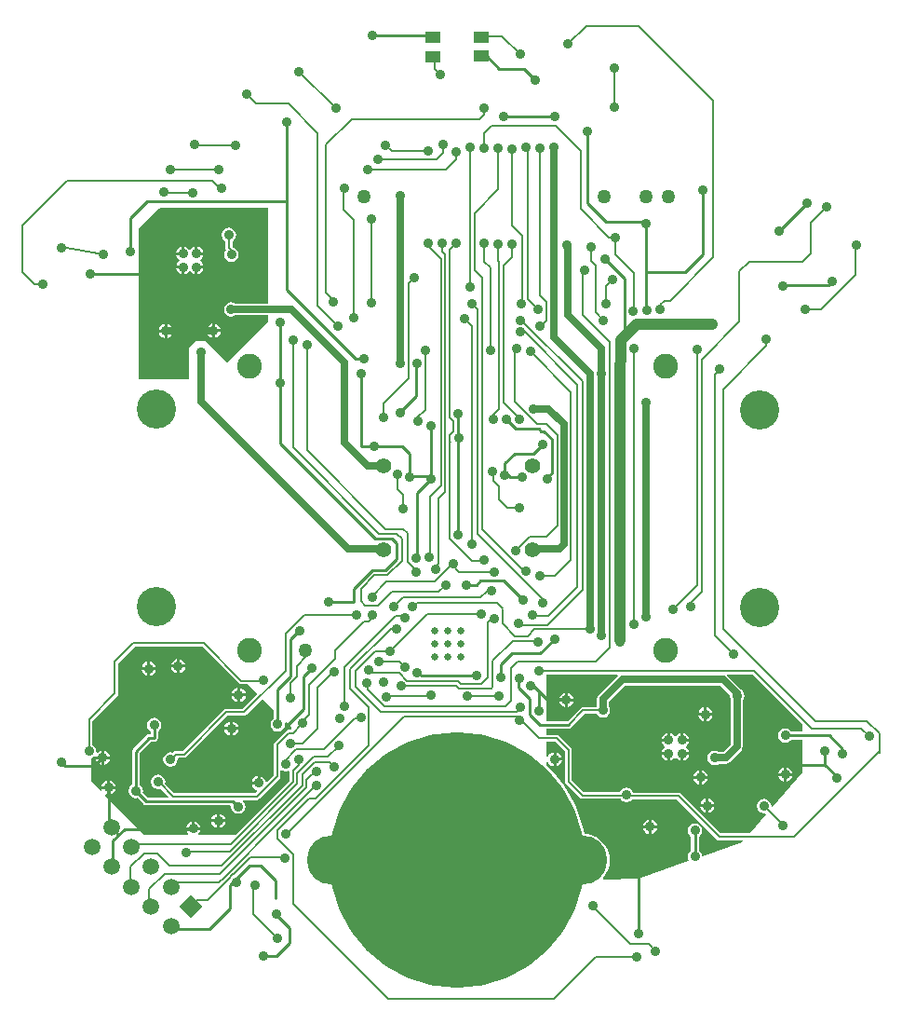
<source format=gbl>
%FSTAX23Y23*%
%MOIN*%
%SFA1B1*%

%IPPOS*%
%AMD45*
4,1,4,0.000000,-0.041700,0.041700,0.000000,0.000000,0.041700,-0.041700,0.000000,0.000000,-0.041700,0.0*
%
%ADD10C,0.008000*%
%ADD11C,0.010000*%
%ADD42C,0.025000*%
%ADD43C,0.040000*%
%ADD44C,0.059100*%
G04~CAMADD=45~10~0.0~590.4~0.0~0.0~0.0~0.0~0~0.0~0.0~0.0~0.0~0~0.0~0.0~0.0~0.0~0~0.0~0.0~0.0~225.0~590.4~0.0*
%ADD45D45*%
%ADD46C,0.050000*%
%ADD47C,0.055100*%
%ADD48C,0.035000*%
%ADD49C,0.040000*%
%ADD50C,0.175000*%
%ADD51C,0.915000*%
%ADD52C,0.026000*%
%ADD53C,0.089000*%
%ADD54C,0.140000*%
%ADD55R,0.052000X0.044000*%
%LNronemotorboard-v9-1*%
%LPD*%
G36*
X03321Y0473D02*
X03204D01*
X03199Y04734*
X0319Y04736*
X0318Y04734*
X03171Y04728*
X03166Y0472*
X03164Y0471*
X03166Y047*
X03171Y04691*
X0318Y04686*
X0319Y04684*
X03199Y04686*
X03204Y04689*
X03321*
Y04665*
X03176Y0452*
X03101Y04594*
X03097Y04596*
X03093Y04597*
X03068*
X03064Y04596*
X0306Y04594*
X03042Y04576*
X0304Y04572*
X03039Y04568*
Y04462*
X02859*
Y05*
X02933Y05072*
X02934Y05073*
X03321*
Y0473*
G37*
G36*
X04575Y03401D02*
X04575Y034D01*
X04506Y0333*
X04501Y03324*
X045Y03316*
Y0329*
X04498Y03288*
X0445*
X04445Y03287*
X04441Y03284*
X04394Y03237*
X0432*
Y03404*
X0457*
X04575Y03401*
G37*
G36*
X05234Y03228D02*
Y03199D01*
X05195*
X05192Y03204*
X05183Y0321*
X05174Y03212*
X05164Y0321*
X05155Y03204*
X0515Y03196*
X05148Y03186*
X0515Y03176*
X05155Y03167*
X05164Y03162*
X05174Y0316*
X05183Y03162*
X05192Y03167*
X05195Y03172*
X05234*
Y03055*
X05129Y02932*
X05129Y02932*
X05124Y02933*
X05123Y02943*
X05117Y02951*
X05109Y02957*
X05099Y02959*
X05089Y02957*
X0508Y02951*
X05075Y02943*
X05073Y02933*
X05075Y02923*
X0508Y02914*
X05089Y02909*
X05099Y02907*
X05103Y02907*
X05105Y02903*
X05048Y02836*
X04943*
X04801Y02977*
X04797Y0298*
X04793Y02981*
X0463*
X0463Y02982*
X04624Y02991*
X04616Y02997*
X04606Y02999*
X04596Y02997*
X04587Y02991*
X04582Y02984*
X04453*
X0441Y03027*
Y03135*
X04409Y03139*
X04408Y03141*
X04406Y03143*
X04365Y03184*
X04361Y03187*
X04357Y03188*
X0432*
Y0321*
X04398*
X04403Y03211*
X04407Y03214*
X0441Y03218*
X04455Y03263*
X04498*
X04502Y03257*
X04511Y03252*
X04521Y0325*
X04531Y03252*
X04539Y03257*
X04545Y03266*
X04547Y03276*
X04545Y03285*
X04541Y0329*
Y03307*
X04599Y03365*
X04942*
X04977Y03329*
X04977Y03328*
X04979Y03318*
X0498Y03317*
Y03154*
X04952Y03126*
X04935*
X04931Y0313*
X04921Y03132*
X04911Y0313*
X04902Y03124*
X04897Y03116*
X04895Y03106*
X04897Y03096*
X04902Y03087*
X04911Y03082*
X04921Y0308*
X04931Y03082*
X04935Y03085*
X04961*
X04969Y03086*
X04975Y03091*
X05015Y03131*
X05018Y03135*
X0502Y03138*
X05021Y03146*
Y0331*
X05027Y03318*
X05029Y03328*
X05027Y03338*
X05021Y03346*
X05015Y03351*
X04965Y034*
X04967Y03404*
X05057*
X05234Y03228*
G37*
G36*
X03218Y03373D02*
X03222Y0337D01*
X03227Y03369*
X0325*
X03282Y03338*
Y03333*
X0323Y03282*
X03173*
X03168Y03281*
X03166Y0328*
X03164Y03278*
X03016Y0313*
X02991*
X02986Y03129*
X02985Y03128*
X02982Y03127*
X0298Y03124*
X02973Y03126*
X02963Y03124*
X02954Y03118*
X02949Y0311*
X02947Y031*
X02949Y0309*
X02954Y03081*
X02963Y03076*
X02973Y03074*
X02982Y03076*
X02991Y03081*
X02997Y0309*
X02999Y031*
X02998Y03102*
X03001Y03106*
X03021*
X03026Y03107*
X0303Y03109*
X03178Y03257*
X03236*
X0324Y03258*
X03244Y03261*
X03302Y03318*
X03343Y03277*
Y03247*
X03338Y03244*
X03333Y03235*
X03331Y03226*
X03333Y03216*
X03338Y03207*
X03347Y03202*
X03357Y032*
X03367Y03202*
X03375Y03207*
X03381Y03216*
X03383Y03226*
X03381Y03232*
X03386Y03234*
X03405Y03216*
Y03207*
X03397*
X03392Y03206*
X03388Y03203*
X03363Y03178*
X03362Y03177*
X03346Y03161*
X03343Y03157*
X03342Y03153*
Y03045*
X03318Y03021*
X03313Y03022*
X03313Y03025*
X03307Y03034*
X03298Y0304*
X03294Y03041*
Y03016*
X03289*
Y03011*
X03264*
X03265Y03006*
X0327Y02997*
X03279Y02992*
X03282Y02991*
X03283Y02986*
X03277Y0298*
X02987*
X02953Y03013*
X02955Y0302*
X02953Y03029*
X02947Y03038*
X02939Y03044*
X02929Y03046*
X02919Y03044*
X0291Y03038*
X02905Y03029*
X02903Y0302*
X02905Y0301*
X0291Y03001*
X02919Y02996*
X02929Y02994*
X02937Y02995*
X02964Y02967*
X02962Y02963*
X02891*
X02872Y02981*
X02874Y02988*
X02872Y02998*
X02866Y03006*
X02861Y03009*
Y03122*
X02902Y03163*
X02915*
X0292Y03164*
X02924Y03167*
X02927Y03171*
X02928Y03177*
Y03201*
X02932Y03204*
X02938Y03213*
X0294Y03223*
X02938Y03232*
X02932Y03241*
X02923Y03247*
X02914Y03249*
X02904Y03247*
X02895Y03241*
X0289Y03232*
X02888Y03223*
X0289Y03213*
X02895Y03204*
X02901Y032*
Y0319*
X02897*
X02891Y03189*
X02887Y03186*
X02838Y03137*
X02835Y03133*
X02834Y03128*
Y03009*
X02829Y03006*
X02824Y02998*
X02822Y02988*
X02824Y02978*
X02829Y02969*
X02838Y02964*
X02848Y02962*
X02854Y02963*
X02876Y0294*
X0288Y02937*
X02886Y02936*
X03186*
X03189Y02932*
X03189Y02932*
X03191Y02922*
X03196Y02913*
X03205Y02908*
X03215Y02906*
X03225Y02908*
X03233Y02913*
X03239Y02922*
X03241Y02932*
X03239Y02942*
X03233Y0295*
X03232Y02951*
X03233Y02955*
X03282*
X03287Y02956*
X03291Y02959*
X03363Y03031*
X03366Y03035*
X03367Y0304*
Y03059*
X03371Y03062*
X03375Y0306*
X03385Y03058*
X03394Y0306*
X03399Y03053*
Y03025*
X03204Y0283*
X03074Y02829*
X03073Y02834*
X03073Y02834*
X03079Y02843*
X0308Y02848*
X0303*
X03031Y02843*
X03036Y02834*
X03037Y02834*
X03035Y02829*
X02877Y02829*
X02738Y02971*
X02741Y02976*
X02746Y02975*
Y02995*
X02726*
X02726Y0299*
X02722Y02988*
X02688Y03023*
X02688Y03104*
X0269Y03105*
X02699Y0311*
X02699Y03111*
X02704Y03109*
X02705Y03112*
X02725*
Y03132*
X0272Y03131*
X02711Y03125*
X02711Y03124*
X02706Y03126*
X02707Y03129*
X02705Y03139*
X02699Y03147*
X02693Y03151*
Y03238*
X02781Y03327*
X02784Y03331*
X02785Y03336*
Y03443*
X02845Y03503*
X03087*
X03218Y03373*
G37*
G36*
X04385Y03129D02*
Y03022D01*
X04386Y03017*
X04389Y03013*
X04439Y02963*
X04443Y0296*
X04448Y02959*
X04584*
X04587Y02954*
X04596Y02949*
X04606Y02947*
X04616Y02949*
X04624Y02954*
X04625Y02956*
X04787*
X04929Y02815*
X04933Y02812*
X04938Y02811*
X05021*
X05022Y02809*
X0502Y02805*
X0488Y02755*
X04876Y02757*
X04875Y02762*
X04869Y02771*
X04864Y02774*
Y02824*
X04869Y02827*
X04875Y02836*
X04877Y02846*
X04875Y02856*
X04869Y02864*
X0486Y0287*
X04851Y02872*
X04841Y0287*
X04832Y02864*
X04827Y02856*
X04825Y02846*
X04827Y02836*
X04832Y02827*
X04837Y02824*
Y02774*
X04832Y02771*
X04827Y02762*
X04825Y02753*
X04827Y02743*
X04828Y02741*
X04826Y02736*
X04648Y02673*
X04523Y02671*
X04521Y02676*
X04529Y02686*
X04538Y02703*
X04544Y02721*
X04546Y0274*
X04544Y02758*
X04538Y02776*
X04529Y02793*
X04517Y02807*
X04503Y02819*
X04486Y02828*
X04468Y02834*
X04455Y02835*
X0445Y0286*
X04437Y02899*
X04422Y02936*
X04403Y02973*
X04381Y03007*
X04356Y03039*
X04329Y03069*
X0432Y03078*
Y0309*
X04325Y03091*
Y03091*
X0433Y03082*
X04339Y03077*
X04344Y03076*
Y03101*
Y03126*
X04339Y03125*
X0433Y03119*
X04325Y0311*
X0432Y03111*
Y03163*
X04351*
X04385Y03129*
G37*
%LNronemotorboard-v9-2*%
%LPC*%
G36*
X0518Y03072D02*
Y03052D01*
X052*
X05199Y03057*
X05193Y03065*
X05184Y03071*
X0518Y03072*
G37*
G36*
X0517D02*
X05165Y03071D01*
X05156Y03065*
X05151Y03057*
X0515Y03052*
X0517*
Y03072*
G37*
G36*
X052Y03042D02*
X0518D01*
Y03022*
X05184Y03023*
X05193Y03028*
X05199Y03037*
X052Y03042*
G37*
G36*
X0517D02*
X0515D01*
X05151Y03037*
X05156Y03028*
X05165Y03023*
X0517Y03022*
Y03042*
G37*
G36*
X04876Y03061D02*
Y03041D01*
X04896*
X04895Y03045*
X04889Y03054*
X0488Y0306*
X04876Y03061*
G37*
G36*
X04866D02*
X04861Y0306D01*
X04852Y03054*
X04847Y03045*
X04846Y03041*
X04866*
Y03061*
G37*
G36*
X04374Y03096D02*
X04354D01*
Y03076*
X04359Y03077*
X04367Y03082*
X04373Y03091*
X04374Y03096*
G37*
G36*
X02735Y03132D02*
Y03112D01*
X02755*
X02754Y03117*
X02748Y03125*
X02739Y03131*
X02735Y03132*
G37*
G36*
X04354Y03126D02*
Y03106D01*
X04374*
X04373Y0311*
X04367Y03119*
X04359Y03125*
X04354Y03126*
G37*
G36*
X04809Y03194D02*
Y03174D01*
X04829*
X04828Y03179*
X04823Y03188*
X04814Y03193*
X04809Y03194*
G37*
G36*
X04752D02*
X04747Y03193D01*
X04739Y03188*
X04733Y03179*
X04732Y03174*
X04752*
Y03194*
G37*
G36*
X02755Y03102D02*
X02735D01*
Y03082*
X02739Y03083*
X02748Y03088*
X02754Y03097*
X02755Y03102*
G37*
G36*
X02725D02*
X02705D01*
X02706Y03097*
X02711Y03088*
X0272Y03083*
X02725Y03082*
Y03102*
G37*
G36*
X04829Y03117D02*
X04809D01*
Y03097*
X04814Y03098*
X04823Y03104*
X04828Y03112*
X04829Y03117*
G37*
G36*
X04752D02*
X04732D01*
X04733Y03112*
X04739Y03104*
X04747Y03098*
X04752Y03097*
Y03117*
G37*
G36*
X03284Y03041D02*
X03279Y0304D01*
X0327Y03034*
X03265Y03025*
X03264Y03021*
X03284*
Y03041*
G37*
G36*
X04685Y02884D02*
X0468Y02883D01*
X04671Y02877*
X04666Y02868*
X04665Y02864*
X04685*
Y02884*
G37*
G36*
X0306Y02878D02*
Y02858D01*
X0308*
X03079Y02863*
X03073Y02871*
X03064Y02877*
X0306Y02878*
G37*
G36*
X03139Y02906D02*
X03134Y02905D01*
X03125Y02899*
X0312Y0289*
X03119Y02886*
X03139*
Y02906*
G37*
G36*
X04695Y02884D02*
Y02864D01*
X04715*
X04714Y02868*
X04708Y02877*
X047Y02883*
X04695Y02884*
G37*
G36*
X0305Y02878D02*
X03045Y02877D01*
X03036Y02871*
X03031Y02863*
X0303Y02858*
X0305*
Y02878*
G37*
G36*
X04715Y02854D02*
X04695D01*
Y02834*
X047Y02835*
X04708Y0284*
X04714Y02849*
X04715Y02854*
G37*
G36*
X04685D02*
X04665D01*
X04666Y02849*
X04671Y0284*
X0468Y02835*
X04685Y02834*
Y02854*
G37*
G36*
X03169Y02876D02*
X03149D01*
Y02856*
X03153Y02857*
X03162Y02862*
X03168Y02871*
X03169Y02876*
G37*
G36*
X03139D02*
X03119D01*
X0312Y02871*
X03125Y02862*
X03134Y02857*
X03139Y02856*
Y02876*
G37*
G36*
X03149Y02906D02*
Y02886D01*
X03169*
X03168Y0289*
X03162Y02899*
X03153Y02905*
X03149Y02906*
G37*
G36*
X02756Y03025D02*
Y03005D01*
X02776*
X02775Y03009*
X02769Y03018*
X02761Y03024*
X02756Y03025*
G37*
G36*
X02746D02*
X02741Y03024D01*
X02732Y03018*
X02727Y03009*
X02726Y03005*
X02746*
Y03025*
G37*
G36*
X04896Y03031D02*
X04876D01*
Y03011*
X0488Y03012*
X04889Y03017*
X04895Y03026*
X04896Y03031*
G37*
G36*
X04866D02*
X04846D01*
X04847Y03026*
X04852Y03017*
X04861Y03012*
X04866Y03011*
Y03031*
G37*
G36*
X02776Y02995D02*
X02756D01*
Y02975*
X02761Y02976*
X02769Y02981*
X02775Y0299*
X02776Y02995*
G37*
G36*
X0492Y0293D02*
X049D01*
Y0291*
X04905Y02911*
X04913Y02916*
X04919Y02925*
X0492Y0293*
G37*
G36*
X0489D02*
X0487D01*
X04871Y02925*
X04876Y02916*
X04885Y02911*
X0489Y0291*
Y0293*
G37*
G36*
X049Y0296D02*
Y0294D01*
X0492*
X04919Y02945*
X04913Y02953*
X04905Y02959*
X049Y0296*
G37*
G36*
X0489D02*
X04885Y02959D01*
X04876Y02953*
X04871Y02945*
X0487Y0294*
X0489*
Y0296*
G37*
G36*
X04799Y03194D02*
X04794Y03193D01*
X04786Y03188*
X04783Y03183*
X04778*
X04775Y03188*
X04767Y03193*
X04762Y03194*
Y03169*
X04757*
Y03164*
X04732*
X04733Y03159*
X04739Y03151*
X04743Y03148*
Y03143*
X04739Y0314*
X04733Y03132*
X04732Y03127*
X04757*
Y03122*
X04762*
Y03097*
X04767Y03098*
X04775Y03104*
X04778Y03108*
X04783*
X04786Y03104*
X04794Y03098*
X04799Y03097*
Y03122*
X04804*
Y03127*
X04829*
X04828Y03132*
X04823Y0314*
X04818Y03143*
Y03148*
X04823Y03151*
X04828Y03159*
X04829Y03164*
X04804*
Y03169*
X04799*
Y03194*
G37*
G36*
X02981Y04628D02*
X02961D01*
Y04608*
X02966Y04609*
X02974Y04614*
X0298Y04623*
X02981Y04628*
G37*
G36*
X02951D02*
X02931D01*
X02932Y04623*
X02937Y04614*
X02946Y04609*
X02951Y04608*
Y04628*
G37*
G36*
X03152Y04629D02*
X03132D01*
Y04609*
X03137Y0461*
X03145Y04615*
X03151Y04624*
X03152Y04629*
G37*
G36*
X03122D02*
X03102D01*
X03103Y04624*
X03108Y04615*
X03117Y0461*
X03122Y04609*
Y04629*
G37*
G36*
X03005Y03459D02*
Y03439D01*
X03025*
X03024Y03443*
X03018Y03452*
X03009Y03458*
X03005Y03459*
G37*
G36*
X0289Y0345D02*
X02885Y03449D01*
X02876Y03443*
X02871Y03435*
X0287Y0343*
X0289*
Y0345*
G37*
G36*
X03025Y03429D02*
X03005D01*
Y03409*
X03009Y0341*
X03018Y03415*
X03024Y03424*
X03025Y03429*
G37*
G36*
X02995Y03459D02*
X0299Y03458D01*
X02981Y03452*
X02976Y03443*
X02975Y03439*
X02995*
Y03459*
G37*
G36*
X029Y0345D02*
Y0343D01*
X0292*
X02919Y03435*
X02913Y03443*
X02904Y03449*
X029Y0345*
G37*
G36*
X02951Y04658D02*
X02946Y04657D01*
X02937Y04651*
X02932Y04643*
X02931Y04638*
X02951*
Y04658*
G37*
G36*
X03013Y04934D02*
X03008Y04933D01*
X03Y04928*
X02994Y04919*
X02993Y04914*
X03013*
Y04934*
G37*
G36*
X03182Y05003D02*
X03172Y05001D01*
X03163Y04995*
X03158Y04986*
X03156Y04977*
X03158Y04967*
X03163Y04958*
X03169Y04954*
Y0493*
X0317Y04925*
X03172Y04923*
X03167Y04915*
X03165Y04906*
X03167Y04896*
X03172Y04887*
X03181Y04882*
X03191Y0488*
X032Y04882*
X03209Y04887*
X03215Y04896*
X03217Y04906*
X03215Y04915*
X03209Y04924*
X032Y0493*
X03198Y0493*
X03194Y04935*
Y04954*
X032Y04958*
X03206Y04967*
X03208Y04977*
X03206Y04986*
X032Y04995*
X03192Y05001*
X03182Y05003*
G37*
G36*
X0306Y04934D02*
X03055Y04933D01*
X03047Y04928*
X03044Y04923*
X03039*
X03036Y04928*
X03028Y04933*
X03023Y04934*
Y04909*
X03018*
Y04904*
X02993*
X02994Y04899*
X03Y04891*
X03004Y04888*
Y04883*
X03Y0488*
X02994Y04872*
X02993Y04867*
X03018*
Y04862*
X03023*
Y04837*
X03028Y04838*
X03036Y04844*
X03039Y04848*
X03044*
X03047Y04844*
X03055Y04838*
X0306Y04837*
Y04862*
X03065*
Y04867*
X0309*
X03089Y04872*
X03084Y0488*
X03079Y04883*
Y04888*
X03084Y04891*
X03089Y04899*
X0309Y04904*
X03065*
Y04909*
X0306*
Y04934*
G37*
G36*
X0307D02*
Y04914D01*
X0309*
X03089Y04919*
X03084Y04928*
X03075Y04933*
X0307Y04934*
G37*
G36*
X0309Y04857D02*
X0307D01*
Y04837*
X03075Y04838*
X03084Y04844*
X03089Y04852*
X0309Y04857*
G37*
G36*
X03122Y04659D02*
X03117Y04658D01*
X03108Y04652*
X03103Y04643*
X03102Y04639*
X03122*
Y04659*
G37*
G36*
X02961Y04658D02*
Y04638D01*
X02981*
X0298Y04643*
X02974Y04651*
X02966Y04657*
X02961Y04658*
G37*
G36*
X03013Y04857D02*
X02993D01*
X02994Y04852*
X03Y04844*
X03008Y04838*
X03013Y04837*
Y04857*
G37*
G36*
X03132Y04659D02*
Y04639D01*
X03152*
X03151Y04643*
X03145Y04652*
X03137Y04658*
X03132Y04659*
G37*
G36*
X04883Y03287D02*
X04878Y03286D01*
X04869Y0328*
X04864Y03272*
X04863Y03267*
X04883*
Y03287*
G37*
G36*
X04913Y03257D02*
X04893D01*
Y03237*
X04898Y03238*
X04906Y03243*
X04912Y03252*
X04913Y03257*
G37*
G36*
X04385Y03308D02*
X04365D01*
X04366Y03303*
X04371Y03294*
X0438Y03289*
X04385Y03288*
Y03308*
G37*
G36*
X04893Y03287D02*
Y03267D01*
X04913*
X04912Y03272*
X04906Y0328*
X04898Y03286*
X04893Y03287*
G37*
G36*
X04883Y03257D02*
X04863D01*
X04864Y03252*
X04869Y03243*
X04878Y03238*
X04883Y03237*
Y03257*
G37*
G36*
X03216Y03206D02*
X03196D01*
Y03186*
X032Y03187*
X03209Y03192*
X03215Y03201*
X03216Y03206*
G37*
G36*
X03186D02*
X03166D01*
X03167Y03201*
X03172Y03192*
X03181Y03187*
X03186Y03186*
Y03206*
G37*
G36*
X03196Y03236D02*
Y03216D01*
X03216*
X03215Y0322*
X03209Y03229*
X032Y03235*
X03196Y03236*
G37*
G36*
X03186D02*
X03181Y03235D01*
X03172Y03229*
X03167Y0322*
X03166Y03216*
X03186*
Y03236*
G37*
G36*
X04415Y03308D02*
X04395D01*
Y03288*
X044Y03289*
X04408Y03294*
X04414Y03303*
X04415Y03308*
G37*
G36*
X0289Y0342D02*
X0287D01*
X02871Y03415*
X02876Y03406*
X02885Y03401*
X0289Y034*
Y0342*
G37*
G36*
X03222Y03356D02*
Y03336D01*
X03242*
X03241Y03341*
X03235Y03349*
X03226Y03355*
X03222Y03356*
G37*
G36*
X02995Y03429D02*
X02975D01*
X02976Y03424*
X02981Y03415*
X0299Y0341*
X02995Y03409*
Y03429*
G37*
G36*
X0292Y0342D02*
X029D01*
Y034*
X02904Y03401*
X02913Y03406*
X02919Y03415*
X0292Y0342*
G37*
G36*
X03212Y03356D02*
X03207Y03355D01*
X03198Y03349*
X03193Y03341*
X03192Y03336*
X03212*
Y03356*
G37*
G36*
X03242Y03326D02*
X03222D01*
Y03306*
X03226Y03307*
X03235Y03312*
X03241Y03321*
X03242Y03326*
G37*
G36*
X03212D02*
X03192D01*
X03193Y03321*
X03198Y03312*
X03207Y03307*
X03212Y03306*
Y03326*
G37*
G36*
X04395Y03338D02*
Y03318D01*
X04415*
X04414Y03322*
X04408Y03331*
X044Y03337*
X04395Y03338*
G37*
G36*
X04385D02*
X0438Y03337D01*
X04371Y03331*
X04366Y03322*
X04365Y03318*
X04385*
Y03338*
G37*
%LNronemotorboard-v9-3*%
%LPD*%
G54D10*
X04262Y0456D02*
X04407Y04415D01*
X0435Y03758D02*
X04407Y03815D01*
Y04415*
X04319Y043D02*
X04358Y04262D01*
Y03938D02*
Y04262D01*
X04318Y03898D02*
X04358Y03938D01*
X04546Y03501D02*
Y04593D01*
X04276Y03566D02*
X04471D01*
X04497Y03452D02*
X04546Y03501D01*
X03484Y0311D02*
X03537D01*
X03449Y03074D02*
X03484Y0311D01*
X03449Y03074D02*
Y03074D01*
X03384Y03098D02*
X03415Y03129D01*
X03384Y03085D02*
Y03098D01*
X03411Y03195D02*
X0344Y03224D01*
X03397Y03195D02*
X03411D01*
X03371Y03169D02*
X03397Y03195D01*
X03371Y03169D02*
X03371D01*
X03355Y03153D02*
X03371Y03169D01*
X03355Y0304D02*
Y03153D01*
X03488Y03003D02*
X03498D01*
X03339Y02854D02*
X03488Y03003D01*
X03468Y0296D02*
X03491D01*
X03421Y02913D02*
X03468Y0296D01*
X03421Y02913D02*
X03421D01*
X03355Y02847D02*
X03421Y02913D01*
X03339Y02853D02*
Y02854D01*
X03355Y02845D02*
Y02847D01*
X03354Y02844D02*
X03355Y02845D01*
X03354Y02818D02*
Y02844D01*
X03068Y02597D02*
X03105D01*
X0318Y02671*
X03191Y02705D02*
X03339Y02853D01*
X03191Y02705D02*
X03191D01*
X03164Y02678D02*
X03191Y02705D01*
X03164Y02678D02*
Y02678D01*
X03147Y02661D02*
X03164Y02678D01*
X03198Y02689D02*
X03258Y0275D01*
X03197Y02689D02*
X03198D01*
X0318Y02672D02*
X03197Y02689D01*
X0318Y02671D02*
Y02672D01*
X03258Y0275D02*
X03389D01*
X02998Y02661D02*
X03147D01*
X03683Y03152D02*
Y03287D01*
X03491Y0296D02*
X03683Y03152D01*
X0381Y03254D02*
X04214D01*
X03399Y02843D02*
X0381Y03254D01*
X03392Y02843D02*
X03399D01*
X03423Y03138D02*
X03521D01*
X03413Y03127D02*
X03423Y03138D01*
X03521D02*
X03631Y03248D01*
X03444Y03157D02*
X03499Y03212D01*
X03405Y03157D02*
X03444D01*
X03427Y03052D02*
X03449Y03074D01*
X03427Y03013D02*
Y03052D01*
X03427Y03093D02*
X03433Y03087D01*
Y03081D02*
Y03087D01*
X03411Y03059D02*
X03433Y03081D01*
X03282Y02968D02*
X03355Y0304D01*
X0344Y03224D02*
X03447D01*
X04214Y03254D02*
X04292Y03176D01*
X0327Y02547D02*
X03356Y02461D01*
X03631Y03248D02*
X0365D01*
X03499Y03356D02*
X03557Y03414D01*
X03499Y03212D02*
Y03356D01*
X03557Y03414D02*
X03558Y03413D01*
X03678Y0335D02*
Y0337D01*
Y0335D02*
X03738Y0329D01*
X03403Y03374D02*
X03425Y03396D01*
X03403Y03318D02*
Y03374D01*
X03447Y03224D02*
X03453Y0323D01*
X0345Y03239D02*
X0347Y03259D01*
X03425Y03396D02*
Y03434D01*
X0346Y03469*
X03384Y03418D02*
Y03549D01*
X03236Y0327D02*
X03384Y03418D01*
Y03549D02*
X03451Y03617D01*
X03902Y0404D02*
X03941Y04079D01*
X03902Y03825D02*
Y0404D01*
X03919Y03787D02*
X03933Y03801D01*
Y04034D02*
X03957Y04058D01*
X03933Y03801D02*
Y04034D01*
X03807Y03924D02*
X03822Y0391D01*
Y03807D02*
Y0391D01*
Y03807D02*
X03855Y03774D01*
X03783Y03908D02*
X03803Y03889D01*
Y03812D02*
Y03889D01*
X0375Y03759D02*
X03803Y03812D01*
X03848Y03767D02*
X03855Y03774D01*
X03919Y03736D02*
X03979Y03796D01*
X03747Y03736D02*
X03919D01*
X03654Y03666D02*
Y0371D01*
Y03666D02*
X03669Y03651D01*
X03654Y0371D02*
X03703Y03759D01*
X03681Y03593D02*
X03699Y03611D01*
X03665Y03593D02*
X03681D01*
X03563Y03491D02*
X03665Y03593D01*
X03563Y03468D02*
Y03491D01*
X03762Y03568D02*
X03786D01*
X03617Y03423D02*
X03762Y03568D01*
X03718Y03908D02*
X03783D01*
X03743Y03924D02*
X03807D01*
X03703Y03759D02*
X0375D01*
X03461Y04207D02*
X03743Y03924D01*
X03411Y04216D02*
X03718Y03908D01*
X03792Y0341D02*
X0382Y03382D01*
X03675Y0341D02*
X03792D01*
X0382Y03382D02*
X04001D01*
X03563Y03461D02*
Y03467D01*
X0347Y03368D02*
X03563Y03461D01*
X0347Y03259D02*
Y03368D01*
X03758Y03327D02*
X03903D01*
X03227Y03382D02*
X03306D01*
X03173Y0327D02*
X03236D01*
X04614Y02969D02*
X04793D01*
X04938Y02824*
X05206*
X05511Y03129*
Y03124D02*
Y03129D01*
X04952Y03567D02*
X05281Y03238D01*
X04952Y03567D02*
Y04424D01*
X05511Y03129D02*
Y03194D01*
X05467Y03238D02*
X05511Y03194D01*
X05281Y03238D02*
X05467D01*
X04952Y04424D02*
X05107Y04579D01*
Y04605*
X02829Y02645D02*
Y02716D01*
X0348Y03047D02*
X03491D01*
X0346Y03027D02*
X0348Y03047D01*
X0346Y03D02*
Y03027D01*
X03413Y02583D02*
Y02759D01*
X03354Y02818D02*
X03413Y02759D01*
Y02583D02*
X03751Y02245D01*
X0315Y02691D02*
X0346Y03D01*
X03156Y0272D02*
X03444Y03007D01*
X03185Y02771D02*
X03427Y03013D01*
X03037Y02771D02*
X03185D01*
X03189Y02798D02*
X03411Y0302D01*
X0285Y02798D02*
X03189D01*
X03779Y03614D02*
X03817D01*
X03597Y0329D02*
Y03431D01*
Y03286D02*
Y0329D01*
X0327Y02547D02*
Y02645D01*
X04244Y05288D02*
X04253Y05279D01*
X04043Y03876D02*
X04052Y03885D01*
X03451Y03617D02*
X03638D01*
X03444Y03007D02*
Y03046D01*
X03465Y03067*
X03411Y0302D02*
Y03059D01*
X04211Y0327D02*
X0423Y03289D01*
X03758Y03487D02*
X03766D01*
X03706D02*
X03758D01*
X03761Y03489D02*
X03893Y03621D01*
X04085*
X04141Y03661D02*
X04162Y0364D01*
X03855Y03661D02*
X04141D01*
X03845Y03651D02*
X03855Y03661D01*
X04295Y03758D02*
X0435D01*
X04205Y0438D02*
Y04559D01*
Y0438D02*
X04285Y043D01*
X04428Y03716D02*
Y04442D01*
X04241Y04629D02*
X04428Y04442D01*
X04494Y047D02*
Y04868D01*
Y047D02*
X04523Y04671D01*
X04479Y04883D02*
X04494Y04868D01*
X04479Y04883D02*
Y04935D01*
X04326Y03614D02*
X04428Y03716D01*
X0445Y04689D02*
Y04839D01*
Y04689D02*
X04546Y04593D01*
X04295Y0476D02*
X04319Y04736D01*
Y04669D02*
Y04736D01*
X04298Y04648D02*
X04319Y04669D01*
X04295Y0476D02*
Y05288D01*
X03781Y04114D02*
X03787Y04108D01*
Y04067D02*
Y04108D01*
Y04067D02*
X03806Y04048D01*
Y04004D02*
Y04048D01*
X04126Y03453D02*
X04198Y03525D01*
X04126Y03359D02*
Y03453D01*
X04121Y03354D02*
X04126Y03359D01*
X0411Y03395D02*
Y03591D01*
X04085Y0337D02*
X0411Y03395D01*
X04012Y0337D02*
X04085D01*
X04192Y03427D02*
X04217Y03452D01*
X04192Y03311D02*
Y03427D01*
X04171Y0329D02*
X04192Y03311D01*
X05063Y03417D02*
X0527Y0321D01*
X04295Y03417D02*
X05063D01*
X04291Y03413D02*
X04295Y03417D01*
X04217Y03452D02*
X04497D01*
X0411Y03591D02*
X04129Y0361D01*
X04471Y03566D02*
X04472Y03565D01*
X04252Y03542D02*
X04276Y03566D01*
X04322Y03582D02*
X04448Y03708D01*
X04228Y03582D02*
X04322D01*
X0422Y03574D02*
X04228Y03582D01*
X04104Y03702D02*
X04122D01*
X03461Y04207D02*
Y04584D01*
X03617Y03354D02*
X03683Y03287D01*
X03793Y03451D02*
X03816Y03428D01*
X0371Y03451D02*
X03793D01*
X04001Y03382D02*
X04012Y0337D01*
X04633Y04718D02*
Y0484D01*
X04567Y04906D02*
X04633Y0484D01*
X04567Y04906D02*
Y04967D01*
X04253Y04748D02*
X04289Y04712D01*
Y04712D02*
Y04712D01*
X04253Y04748D02*
Y05279D01*
X04195Y05012D02*
X04232Y04975D01*
Y04734D02*
Y04975D01*
X04071Y03906D02*
X04301Y03676D01*
X04051Y04731D02*
X04071Y04711D01*
Y03906D02*
Y04711D01*
X04088Y03924D02*
Y04823D01*
X04061Y0485D02*
X04088Y04823D01*
X04229Y04731D02*
X04232Y04734D01*
X04195Y05012D02*
Y05285D01*
X04061Y0485D02*
Y05055D01*
X04145Y05139*
Y05286*
X04095Y05288D02*
Y0534D01*
X04121Y05366*
X04352*
X04441Y05277*
Y05069D02*
Y05277D01*
Y05069D02*
X04543Y04967D01*
X04567*
X04195Y04896D02*
Y04945D01*
X04145Y04885D02*
Y04945D01*
X04118Y04573D02*
X04129Y04562D01*
X04095Y04882D02*
Y04946D01*
Y04882D02*
X04118Y04859D01*
X03021Y03118D02*
X03173Y0327D01*
X02991Y03118D02*
X03021D01*
X02973Y031D02*
X02991Y03118D01*
X0501Y04666D02*
Y04846D01*
X04875Y04531D02*
X0501Y04666D01*
X02829Y02716D02*
X02878Y02765D01*
X02924*
X02969Y0272*
X03156*
X02951Y02691D02*
X0315D01*
X02897Y02637D02*
X02951Y02691D01*
X02897Y02607D02*
Y02637D01*
Y02607D02*
Y02608D01*
X03047Y02576D02*
X03068Y02597D01*
X03039Y02567D02*
X03074D01*
X04916Y04896D02*
Y05457D01*
X04761Y04741D02*
X04916Y04896D01*
X04742Y04741D02*
X04761D01*
X04149Y04031D02*
Y04077D01*
X04129Y04098D02*
X04149Y04077D01*
X04129Y04098D02*
Y04128D01*
X03389Y0275D02*
X0339Y02749D01*
X03537Y0311D02*
X03575Y03148D01*
Y03149*
X03654Y03249D02*
Y0325D01*
X04118Y04573D02*
Y04859D01*
X03182Y0493D02*
X03192Y0492D01*
X03182Y0493D02*
Y04977D01*
X03184Y04975*
Y04913D02*
X03191Y04906D01*
X0339Y02749D02*
X03397D01*
X0353Y04771D02*
X03566Y04735D01*
X04684Y02439D02*
X0471Y02413D01*
X0462Y02439D02*
X04684D01*
X04485Y02574D02*
X0462Y02439D01*
X03122Y05171D02*
X0315Y05143D01*
X02603Y05171D02*
X03122D01*
X03394Y05446D02*
X03499Y05341D01*
X03278Y05446D02*
X03394D01*
X03245Y05479D02*
X03278Y05446D01*
X03751Y02245D02*
X04346D01*
X03489Y03092D02*
X03541D01*
X03465Y03068D02*
X03489Y03092D01*
X03034Y02774D02*
X03037Y02771D01*
X02969Y02632D02*
X02998Y02661D01*
X03541Y03092D02*
X03558Y03075D01*
X0353Y05299D02*
X03623Y05392D01*
X0353Y04771D02*
Y05299D01*
X03628Y04682D02*
Y05031D01*
X03593Y05066D02*
X03628Y05031D01*
X03593Y05066D02*
Y0514D01*
X04632Y03582D02*
Y0457D01*
X02954Y05127D02*
X03053D01*
X05447Y0321D02*
X05474Y03183D01*
X0527Y0321D02*
X05447D01*
X04398Y03224D02*
X0445Y03276D01*
X04521*
X04045Y04793D02*
Y05278D01*
X03061Y05297D02*
X03204D01*
X03205Y05298*
X03692Y04733D02*
Y05031D01*
X03678Y05211D02*
X03959D01*
X03715Y05246D02*
X03925D01*
X03741Y05298D02*
X03743D01*
X03765Y05276*
X03895*
X04149Y04031D02*
X0418Y04001D01*
X04223*
X03959Y05211D02*
X03995Y05247D01*
Y05273*
X03925Y05246D02*
X0395Y05271D01*
Y05299*
X03893Y05274D02*
X03895Y05276D01*
X04095Y05407D02*
Y0543D01*
X0408Y05392D02*
X04095Y05407D01*
X04494Y02393D02*
X04643D01*
X04346Y02245D02*
X04494Y02393D01*
X0258Y04934D02*
X02583Y04934D01*
X02731Y04906*
X02579Y04935D02*
X0258Y04934D01*
X02579Y04935D02*
X0258D01*
X03623Y05392D02*
X0408D01*
X04563Y05447D02*
Y05573D01*
X03432Y05561D02*
X03564Y05429D01*
X03919Y0557D02*
X0394Y05549D01*
X03919Y0557D02*
Y05608D01*
X0416Y05688D02*
X04225Y05623D01*
X04081Y05688D02*
X0416D01*
X02982Y05211D02*
X03145D01*
X02443Y04844D02*
Y05011D01*
Y04844D02*
X02485Y04802D01*
X02515*
X02443Y05011D02*
X02603Y05171D01*
X04648Y05725D02*
X04916Y05457D01*
X04461Y05725D02*
X04648D01*
X04395Y05659D02*
X04461Y05725D01*
X05265Y0502D02*
X05323Y05078D01*
X05301Y04709D02*
X05426Y04833D01*
X05245Y04709D02*
X05301D01*
X05426Y04833D02*
Y04942D01*
X05427Y04943*
X04129Y04318D02*
Y04319D01*
X04121Y04327D02*
X04129Y04319D01*
X04221Y04318D02*
Y04321D01*
X04228Y04328*
X04226Y04629D02*
X04241D01*
X04484Y02574D02*
X04485D01*
X03945Y04918D02*
Y04948D01*
X03499Y04724D02*
Y05341D01*
X04398Y03022D02*
Y03135D01*
Y03022D02*
X04448Y02972D01*
X04596*
X02681Y03244D02*
X02773Y03336D01*
Y03449*
X0284Y03516*
X02681Y03129D02*
Y03244D01*
X0284Y03516D02*
X03093D01*
X03227Y03382*
X02826Y02774D02*
X0285Y02798D01*
X05099Y02933D02*
X05166Y02866D01*
Y02864D02*
Y02866D01*
X02931Y03019D02*
X02982Y02968D01*
X03282*
X05265Y04909D02*
Y0502D01*
X05236Y0488D02*
X05265Y04909D01*
X0501Y04846D02*
X05044Y0488D01*
X05236*
X04875Y03744D02*
Y04531D01*
X04859Y03751D02*
Y04566D01*
Y04568*
X04922Y03544D02*
X0499Y03476D01*
X04922Y04476D02*
X04949Y04503D01*
X04922Y03544D02*
Y04476D01*
X03499Y04724D02*
X03572Y04651D01*
X04727Y04726D02*
X04742Y04741D01*
X03794Y03364D02*
X03996D01*
X04005Y03354*
X04121*
X03736Y04375D02*
X03824Y04463D01*
Y04803*
X03846Y04825*
X03957Y04058D02*
Y04906D01*
X03945Y04918D02*
X03957Y04906D01*
X03941Y04079D02*
Y04892D01*
X03895Y04938D02*
X03941Y04892D01*
X03857Y04306D02*
Y04323D01*
X03884Y0435*
Y04556*
X03889Y04561*
X04024Y04677D02*
Y04678D01*
Y04677D02*
X04052Y04649D01*
Y03885D02*
Y04649D01*
X03736Y04322D02*
Y04324D01*
Y04375*
X03764Y03699D02*
X03931D01*
X03995Y04946D02*
Y04948D01*
X03973Y04236D02*
Y04261D01*
X03986Y04273*
Y04311*
X03973Y04323D02*
X03986Y04311D01*
X03973Y04323D02*
Y04924D01*
X03995Y04946*
X0426Y03898D02*
X04318D01*
X0421Y03848D02*
X0426Y03898D01*
X04007Y03771D02*
X04133D01*
X03973Y04236D02*
X03974Y04236D01*
X03973Y03891D02*
Y04236D01*
X03411Y04216D02*
Y046D01*
X04121Y04327D02*
X04148Y04354D01*
Y04882*
X04145Y04885D02*
X04148Y04882D01*
X04166Y04867D02*
X04195Y04896D01*
X04166Y04378D02*
Y04867D01*
Y04378D02*
X04216Y04328D01*
X0423*
X04229Y04672D02*
X04448Y04453D01*
X0346Y03469D02*
Y03486D01*
X04773Y03637D02*
X04859Y03723D01*
Y03751*
X04836Y03647D02*
Y03661D01*
X04875Y037*
Y03743*
X04448Y03708D02*
Y04453D01*
X04531Y04793D02*
X04555Y04817D01*
X04531Y04731D02*
Y04793D01*
X02897Y02565D02*
Y02607D01*
X03491Y03047D02*
Y03056D01*
X04301Y03655D02*
Y03676D01*
X03637Y0336D02*
X03727Y0327D01*
X03738Y0329D02*
X04171D01*
X03727Y0327D02*
X04074D01*
X04075D02*
X04211D01*
X0405Y03326D02*
X04157D01*
X04198Y03525D02*
X04276D01*
X04266Y03614D02*
X04326D01*
X0421Y03585D02*
X0422Y03574D01*
X04207Y03542D02*
X04252D01*
X03692Y03681D02*
X03747Y03736D01*
X03669Y03651D02*
X03716D01*
X04088Y03924D02*
X04241Y03771D01*
X03716Y03651D02*
X03764Y03699D01*
X03778Y03642D02*
Y03653D01*
X04162Y03587D02*
X04207Y03542D01*
X04162Y03587D02*
Y03638D01*
X03981Y03797D02*
X04007Y03771D01*
X03931Y03699D02*
X03954Y03722D01*
X03973Y03891D02*
X04053Y03811D01*
X04106*
X03778Y03653D02*
X03806Y03681D01*
X04083*
X04104Y03702*
X04285Y043D02*
X04319D01*
X04357Y03176D02*
X04398Y03135D01*
X04292Y03176D02*
X04357D01*
X03637Y0336D02*
Y03418D01*
X03706Y03487*
X03617Y03354D02*
Y03423D01*
X03597Y03431D02*
X03779Y03614D01*
G54D11*
X04228Y04111D02*
X04232Y04115D01*
X04172Y04127D02*
X04188Y04111D01*
X0417Y04119D02*
Y04159D01*
X04205Y04194*
X04271*
X04305Y04228*
X0431Y04275D02*
X0434Y04246D01*
Y04126D02*
Y04246D01*
X04322Y04108D02*
X0434Y04126D01*
X04292Y04283D02*
X04299Y04275D01*
X0431*
X03184Y02649D02*
X03254Y02719D01*
X03357Y03226D02*
Y03352D01*
X03402Y03397*
Y03529*
X03433Y0356*
X03764Y03891D02*
X03782Y03874D01*
Y03817D02*
Y03874D01*
X03741Y03776D02*
X03782Y03817D01*
X04264Y03372D02*
X0432Y03317D01*
X04252Y03372D02*
X04264D01*
X03892Y04113D02*
X03902Y04102D01*
X03905Y04105*
X03854Y04054D02*
X03902Y04102D01*
X03655Y04222D02*
X03803D01*
X03854Y03812D02*
Y04054D01*
X04157Y034D02*
X04162Y03395D01*
X03706Y03891D02*
X03764D01*
X0363Y0371D02*
X03696Y03776D01*
X0363Y0371D02*
D01*
X03628Y03708D02*
X0363Y0371D01*
X03628Y03664D02*
Y03708D01*
X03696Y03776D02*
X03741D01*
X03705Y03891D02*
X03706Y03891D01*
X03365Y04232D02*
X03705Y03891D01*
X03433Y0356D02*
X03437D01*
X04533Y05023D02*
X04675D01*
X04676Y04844D02*
Y05017D01*
X0283Y04918D02*
Y05036D01*
X04003Y03904D02*
Y04336D01*
X03449Y03397D02*
X03469Y03417D01*
X03449Y03281D02*
Y03397D01*
X03869Y034D02*
X0407D01*
X04292Y03274D02*
Y03343D01*
X0422Y03356D02*
X04258Y03318D01*
Y03261D02*
Y03318D01*
Y03261D02*
X04295Y03224D01*
X04398*
X03389Y03221D02*
X03449Y03281D01*
X03141Y0288D02*
X03145D01*
X0314Y02875D02*
X03145Y0288D01*
X02809Y02851D02*
X03057D01*
X02751Y02866D02*
X02785Y02832D01*
X02915Y03177D02*
Y03219D01*
X02897Y03177D02*
X02915D01*
X02848Y03128D02*
X02897Y03177D01*
X03196Y0295D02*
X03214Y02931D01*
X02848Y02988D02*
Y03128D01*
X03352Y02545D02*
X03399Y02498D01*
Y02445D02*
Y02498D01*
X03351Y02397D02*
X03399Y02445D01*
X03305Y02397D02*
X03351D01*
X03297Y02719D02*
X03349Y02667D01*
X03254Y02719D02*
X03297D01*
X04165Y054D02*
X04353D01*
X05163Y04798D02*
X0533D01*
X03837Y04113D02*
X03892D01*
X04157Y03441D02*
X04196Y0348D01*
X04157Y034D02*
Y03441D01*
X0422Y03356D02*
Y03391D01*
X0432Y03317D02*
X04381D01*
X04196Y0348D02*
X04297D01*
X04349Y03532*
X04166Y03739D02*
X04235Y0367D01*
X04083Y03739D02*
X04166D01*
X04069Y03725D02*
X04083Y03739D01*
X04033Y03725D02*
X04069D01*
X04598Y04628D02*
Y04822D01*
X04533Y04887D02*
X04598Y04822D01*
X04528Y04892D02*
X04533Y04887D01*
X03349Y02603D02*
Y02667D01*
X03184Y02567D02*
Y02649D01*
X0383Y04113D02*
Y04195D01*
X03139Y02875D02*
X03143Y02879D01*
X02767Y02809D02*
X02809Y02851D01*
X02751Y02866D02*
Y03D01*
X02767Y02718D02*
Y02809D01*
X02848Y02988D02*
X02886Y0295D01*
X05153Y04992D02*
X05253Y05092D01*
X04879Y04908D02*
Y05138D01*
X04815Y04844D02*
X04879Y04908D01*
X04676Y04844D02*
X04815D01*
X03139Y02869D02*
Y02875D01*
X0314*
X03135D02*
X03139D01*
X02581Y03091D02*
X02595Y03077D01*
X03637Y04535D02*
X03667D01*
X05331Y03186D02*
X05379Y03138D01*
X05174Y03186D02*
X05331D01*
X05317Y03082D02*
X05362Y03036D01*
X05217Y03082D02*
X05317D01*
X03365Y04446D02*
Y04665D01*
X03698Y05689D02*
X03894D01*
X05317Y03082D02*
Y03128D01*
X0424Y05572D02*
X0428Y05532D01*
X0415Y05572D02*
X0424D01*
X04105Y05617D02*
X0415Y05572D01*
X0339Y04782D02*
X03637Y04535D01*
X0289Y05096D02*
X03385D01*
X0283Y05036D02*
X0289Y05096D01*
X02686Y04837D02*
X02871D01*
X04465Y05091D02*
Y05348D01*
Y05091D02*
X04533Y05023D01*
X03905Y04105D02*
Y04287D01*
X04851Y02753D02*
Y02846D01*
X04648Y02477D02*
Y02692D01*
X02595Y03077D02*
X027D01*
X0273Y03107*
X02886Y0295D02*
X03196D01*
X04676Y04717D02*
Y04844D01*
X03655Y04222D02*
Y0448D01*
X03803Y04222D02*
X0383Y04195D01*
X03802Y04349D02*
X03853Y044D01*
Y04511*
X03365Y04232D02*
Y04446D01*
X0354Y03664D02*
X03628D01*
X0533Y04798D02*
X05343Y04811D01*
X0339Y04782D02*
Y05379D01*
X04472Y03565D02*
X04474Y03567D01*
X02998Y02495D02*
X03112D01*
X03184Y02567*
X04176Y04317D02*
X0421Y04283D01*
X04292*
X04188Y04111D02*
X04228D01*
G54D42*
X04327Y04355D02*
X04382Y04299D01*
X04365Y03854D02*
X04382Y03871D01*
Y04299*
X02956Y04633D02*
X03127D01*
X05001Y03146D02*
Y03336D01*
X04676Y03611D02*
Y04377D01*
X04395Y0469D02*
X04516Y04569D01*
Y04496D02*
Y04569D01*
X04344Y04609D02*
Y05288D01*
Y04609D02*
X04474Y04479D01*
Y03567D02*
Y04479D01*
Y03565D02*
Y03567D01*
X04395Y0469D02*
Y04929D01*
X03595Y04235D02*
Y04521D01*
X0319Y0471D02*
X03406D01*
X03595Y04521*
X04284Y03854D02*
X04365D01*
X04591Y03386D02*
X04951D01*
X04521Y03316D02*
X04591Y03386D01*
X04517Y03553D02*
Y04479D01*
X03794Y04518D02*
Y05115D01*
X03595Y04235D02*
X03678Y04152D01*
X04921Y03106D02*
X04961D01*
X05001Y03146*
X04521Y03276D02*
Y03316D01*
X04951Y03386D02*
X05001Y03336D01*
X03082Y0438D02*
Y04557D01*
Y0438D02*
X03608Y03854D01*
X03706*
X04517Y04479D02*
Y04483D01*
X04474Y03567D02*
X04476D01*
X03678Y04152D02*
X03734D01*
X04275Y04355D02*
X04327D01*
G54D43*
X04643Y04657D02*
X04911D01*
X04585Y04599D02*
X04643Y04657D01*
X04582Y04442D02*
X04585Y04599D01*
X04582Y03526D02*
Y04442D01*
G54D44*
X02691Y02787D03*
X02762Y02857D03*
Y02716D03*
X02832Y02787D03*
Y02645D03*
X02903Y02716D03*
Y02575D03*
X02974Y02645D03*
Y02504D03*
G54D45*
X03045Y02575D03*
G54D46*
X03664Y05115D03*
X04526D03*
X04755D03*
X04675D03*
X03455Y0349D03*
G54D47*
X0427Y04149D03*
Y0385D03*
X03734D03*
Y04149D03*
G54D48*
X04517Y04479D03*
Y03545D03*
X04677Y03611D03*
X04476Y03567D03*
X03796Y04339D03*
X04305Y04228D03*
X03432Y031D03*
X03401Y03157D03*
X0321Y0266D03*
X03274Y02651D03*
X03558Y03413D03*
X03597Y0329D03*
X03676Y03373D03*
X03357Y03226D03*
X03853Y03821D03*
X03437Y0356D03*
X03736Y03377D03*
X03856Y03411D03*
X03798Y03363D03*
X03305Y03385D03*
X03682Y03419D03*
X04292Y03274D03*
X05107Y04605D03*
X03191Y03211D03*
X02914Y03223D03*
X03305Y02397D03*
X03382Y02748D03*
X03579Y03248D03*
X0435Y05401D03*
X04195Y05285D03*
X04164Y05401D03*
X04085Y03621D03*
X04295Y03758D03*
X04212Y04572D03*
X04262Y0456D03*
X04523Y04671D03*
X04479Y04935D03*
X04344Y05289D03*
X04393Y04941D03*
X03805Y03998D03*
X04156Y03394D03*
X04223Y03392D03*
X04349Y03532D03*
X04235Y0367D03*
X0396Y03725D03*
X04033D03*
X03853Y0377D03*
X03906Y0333D03*
X0372Y03452D03*
X03811Y03432D03*
X03747Y03324D03*
X03812Y03606D03*
X04528Y04892D03*
X04296Y04649D03*
X04051Y03872D03*
X04024Y04678D03*
X04289Y04712D03*
X04051Y04731D03*
X04229D03*
X04145Y05286D03*
X04095Y05287D03*
X04195Y04945D03*
X04145D03*
X04095Y04946D03*
X02973Y031D03*
X04859Y04566D03*
X04045Y04792D03*
X04121Y03705D03*
X04124Y04129D03*
X0417Y04117D03*
X03351Y02548D03*
X03495Y03008D03*
X03575Y0315D03*
X04222Y04D03*
X03829Y04111D03*
X04675Y05017D03*
X04227Y04672D03*
X04226Y04629D03*
X04118Y04563D03*
X02751Y03D03*
X05343Y04811D03*
X02848Y02988D03*
X05253Y05092D03*
X05153Y04992D03*
X04879Y05138D03*
X0303Y02767D03*
X03558Y03075D03*
X0494Y04496D03*
X03557Y04738D03*
X04244Y03775D03*
X04304Y03659D03*
X04131Y03603D03*
X04289Y03519D03*
X04268Y03618D03*
X03899Y03823D03*
X03985Y03799D03*
X03495Y03056D03*
X0273Y03107D03*
X02581Y03091D03*
X03594Y05143D03*
X02515Y04802D03*
X03156Y05143D03*
X03628Y04682D03*
X03571Y04651D03*
X05379Y0312D03*
X05174Y03186D03*
X05315Y03129D03*
X04567Y04967D03*
X04632Y0457D03*
X05175Y03047D03*
X04349Y03101D03*
X03365Y04665D03*
Y04446D03*
X05474Y03183D03*
X03884Y04563D03*
X04045Y05289D03*
X03053Y05127D03*
X03058Y05301D03*
X03205Y05298D03*
X03693Y05033D03*
X03678Y05211D03*
X03715Y05246D03*
X03741Y05298D03*
X03692Y04733D03*
X03995Y04948D03*
X03945D03*
X03895Y04947D03*
X03846Y04825D03*
X03794Y04518D03*
X03127Y04634D03*
X02956Y04633D03*
X03081Y04556D03*
X04582Y04442D03*
X03461Y04584D03*
X03995Y05273D03*
X0395Y05299D03*
X03895Y05276D03*
X03795Y05116D03*
X04245Y05289D03*
X04295Y05288D03*
X04096Y03814D03*
X04709Y02413D03*
X04643Y02393D03*
X03922Y03781D03*
X05359Y03033D03*
X0439Y03313D03*
X04895Y02935D03*
X04486Y02578D03*
X05428Y04942D03*
X04563Y05573D03*
Y05433D03*
X03432Y05561D03*
X03564Y05429D03*
X02583Y0493D03*
X02731Y04906D03*
X0469Y02859D03*
X04871Y03036D03*
X04921Y03106D03*
X04521Y03276D03*
X05003Y03328D03*
X03357Y02462D03*
X0319Y0471D03*
X03182Y04977D03*
X03191Y04906D03*
X04804Y03169D03*
Y03122D03*
X04757Y03169D03*
Y03122D03*
X03018Y04862D03*
Y04909D03*
X03065Y04862D03*
Y04909D03*
X03785Y04119D03*
X03905Y04105D03*
X03144Y02881D03*
X03055Y02853D03*
X02895Y03425D03*
X03Y03434D03*
X03289Y03016D03*
X0394Y05549D03*
X03696Y0569D03*
X04225Y05623D03*
X0428Y05532D03*
X04095Y0543D03*
X03245Y05479D03*
X04676Y04377D03*
X03657Y04481D03*
X03667Y04535D03*
X03145Y05211D03*
X02972Y0521D03*
X02949Y05131D03*
X04395Y05659D03*
X02686Y04837D03*
X02829Y04918D03*
X0339Y05379D03*
X04465Y05348D03*
X05323Y05078D03*
X05245Y04709D03*
X04176Y04317D03*
X04321Y04105D03*
X04129Y04318D03*
X04003Y04336D03*
X04005Y04249D03*
X03904Y04294D03*
X03859Y04311D03*
X04003Y03904D03*
X04851Y02753D03*
Y02846D03*
X04648Y02477D03*
X04606Y02973D03*
X04888Y03262D03*
X0407Y034D03*
X03638Y03618D03*
X02681Y03129D03*
X03217Y03331D03*
X05099Y02933D03*
X05166Y02864D03*
X02929Y0302D03*
X03385Y03084D03*
X03215Y02932D03*
X0499Y03478D03*
X04218Y03586D03*
X0463Y04705D03*
X03701Y04219D03*
X03854Y04518D03*
X03736Y04324D03*
X03411Y046D03*
X04232Y04111D03*
X0421Y03848D03*
X04133Y03771D03*
X0354Y03664D03*
X04454Y04851D03*
X04263Y03365D03*
X03403Y0332D03*
X04773Y03637D03*
X04836Y03647D03*
X03445Y03231D03*
X04632Y03585D03*
X04583Y03522D03*
X04293Y03418D03*
X04679Y04707D03*
X04727Y04709D03*
X04555Y04817D03*
X04531Y04731D03*
X05165Y04795D03*
X03654Y0325D03*
X04226Y03288D03*
X04149Y03327D03*
X04036Y03326D03*
X03839Y03647D03*
X03758Y03487D03*
X03697Y03682D03*
X03771Y03646D03*
X03783Y03568D03*
X03697Y03616D03*
X04273Y04354D03*
X04221Y04318D03*
X03385Y02835D03*
X04223Y0324D03*
X0348Y03426D03*
G54D49*
X04911Y04658D03*
G54D50*
X0445Y0274D03*
X0355D03*
G54D51*
X04Y0274D03*
G54D52*
X03918Y03562D03*
X03966D03*
X04013D03*
X03918Y03515D03*
X03966D03*
X04013D03*
X03918Y03467D03*
X03966D03*
X04013D03*
G54D53*
X03255Y04508D03*
X04745D03*
X02907Y04354D03*
X05093D03*
X02907Y03646D03*
X03255Y03492D03*
X04745D03*
X05093Y03646D03*
G54D54*
X05082Y03644D03*
Y04352D03*
X02922Y04355D03*
Y03647D03*
G54D55*
X03913Y05684D03*
Y05615D03*
X04086Y05616D03*
Y05684D03*
M02*
</source>
